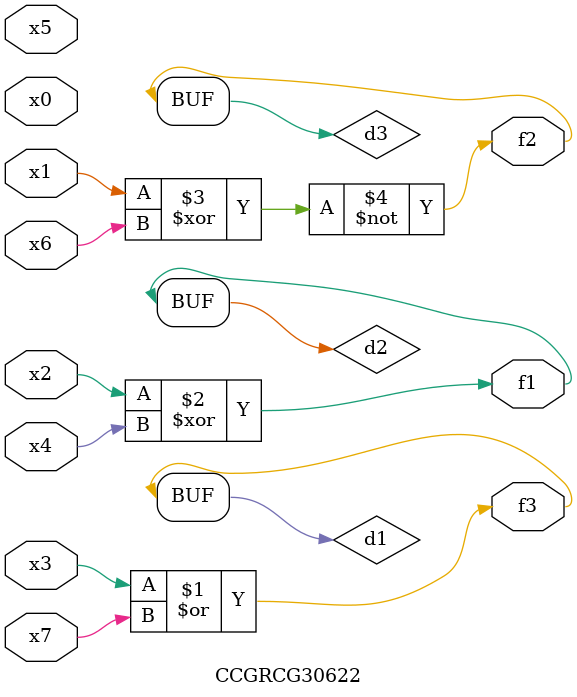
<source format=v>
module CCGRCG30622(
	input x0, x1, x2, x3, x4, x5, x6, x7,
	output f1, f2, f3
);

	wire d1, d2, d3;

	or (d1, x3, x7);
	xor (d2, x2, x4);
	xnor (d3, x1, x6);
	assign f1 = d2;
	assign f2 = d3;
	assign f3 = d1;
endmodule

</source>
